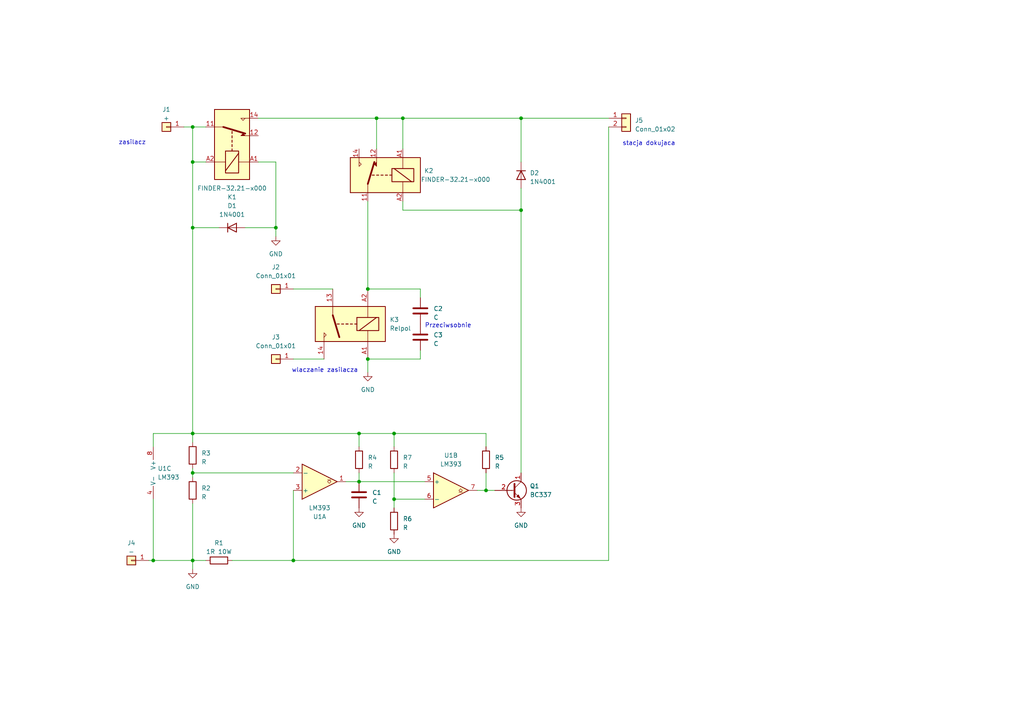
<source format=kicad_sch>
(kicad_sch (version 20231120) (generator "eeschema") (generator_version "8.0")
  (paper "A4")
  (lib_symbols
    (symbol "Comparator:LM393" (pin_names (offset 0.127))
      (property "Reference" "U" (at 3.81 3.81 0))
      (property "Value" "LM393" (at 6.35 -3.81 0))
      (symbol "LM393_1_1"
        (polyline (pts (xy -5.08 5.08) (xy 5.08 0) (xy -5.08 -5.08) (xy -5.08 5.08)) (stroke (width 0.254)) (fill (type background)))
        (polyline (pts (xy 3.302 -0.508) (xy 2.794 -0.508) (xy 3.302 0) (xy 2.794 0.508) (xy 2.286 0) (xy 2.794 -0.508) (xy 2.286 -0.508)) (stroke (width 0.127)))
        (pin open_collector line (at 7.62 0 180) (length 2.54) (name "~") (number "1"))
        (pin input line (at -7.62 -2.54 0) (length 2.54) (name "-") (number "2"))
        (pin input line (at -7.62 2.54 0) (length 2.54) (name "+") (number "3"))
      )
      (symbol "LM393_2_1"
        (polyline (pts (xy -5.08 5.08) (xy 5.08 0) (xy -5.08 -5.08) (xy -5.08 5.08)) (stroke (width 0.254)) (fill (type background)))
        (polyline (pts (xy 3.302 -0.508) (xy 2.794 -0.508) (xy 3.302 0) (xy 2.794 0.508) (xy 2.286 0) (xy 2.794 -0.508) (xy 2.286 -0.508)) (stroke (width 0.127)))
        (pin input line (at -7.62 2.54 0) (length 2.54) (name "+") (number "5"))
        (pin input line (at -7.62 -2.54 0) (length 2.54) (name "-") (number "6"))
        (pin open_collector line (at 7.62 0 180) (length 2.54) (name "~") (number "7"))
      )
      (symbol "LM393_3_1"
        (pin power_in line (at -2.54 -7.62 90) (length 3.81) (name "V-") (number "4"))
        (pin power_in line (at -2.54 7.62 270) (length 3.81) (name "V+") (number "8"))
      )
    )
    (symbol "Connector_Generic:Conn_01x01" (pin_names (offset 1.016) hide)
      (property "Reference" "J" (at 0 2.54 0))
      (property "Value" "Conn_01x01" (at 0 -2.54 0))
      (symbol "Conn_01x01_1_1"
        (rectangle (start -1.27 0.127) (end 0 -0.127) (stroke (width 0.1524)))
        (rectangle (start -1.27 1.27) (end 1.27 -1.27) (stroke (width 0.254)) (fill (type background)))
        (pin passive line (at -5.08 0 0) (length 3.81) (name "Pin_1") (number "1"))
      )
    )
    (symbol "Connector_Generic:Conn_01x02" (pin_names (offset 1.016) hide)
      (property "Reference" "J" (at 0 2.54 0))
      (property "Value" "Conn_01x02" (at 0 -5.08 0))
      (symbol "Conn_01x02_1_1"
        (rectangle (start -1.27 -2.413) (end 0 -2.667) (stroke (width 0.1524)))
        (rectangle (start -1.27 0.127) (end 0 -0.127) (stroke (width 0.1524)))
        (rectangle (start -1.27 1.27) (end 1.27 -3.81) (stroke (width 0.254)) (fill (type background)))
        (pin passive line (at -5.08 0 0) (length 3.81) (name "Pin_1") (number "1"))
        (pin passive line (at -5.08 -2.54 0) (length 3.81) (name "Pin_2") (number "2"))
      )
    )
    (symbol "Device:C" (pin_numbers hide) (pin_names (offset 0.254))
      (property "Reference" "C" (at 0.635 2.54 0))
      (property "Value" "C" (at 0.635 -2.54 0))
      (symbol "C_0_1"
        (polyline (pts (xy -2.032 -0.762) (xy 2.032 -0.762)) (stroke (width 0.508)))
        (polyline (pts (xy -2.032 0.762) (xy 2.032 0.762)) (stroke (width 0.508)))
      )
      (symbol "C_1_1"
        (pin passive line (at 0 3.81 270) (length 2.794) (name "~") (number "1"))
        (pin passive line (at 0 -3.81 90) (length 2.794) (name "~") (number "2"))
      )
    )
    (symbol "Device:R" (pin_numbers hide) (pin_names (offset 0))
      (property "Reference" "R" (at 2.032 0 90))
      (property "Value" "R" (at 0 0 90))
      (symbol "R_0_1"
        (rectangle (start -1.016 -2.54) (end 1.016 2.54) (stroke (width 0.254)))
      )
      (symbol "R_1_1"
        (pin passive line (at 0 3.81 270) (length 1.27) (name "~") (number "1"))
        (pin passive line (at 0 -3.81 90) (length 1.27) (name "~") (number "2"))
      )
    )
    (symbol "Diode:1N4001" (pin_numbers hide) (pin_names hide)
      (property "Reference" "D" (at 0 2.54 0))
      (property "Value" "1N4001" (at 0 -2.54 0))
      (symbol "1N4001_0_1"
        (polyline (pts (xy -1.27 1.27) (xy -1.27 -1.27)) (stroke (width 0.254)))
        (polyline (pts (xy 1.27 0) (xy -1.27 0)))
        (polyline (pts (xy 1.27 1.27) (xy 1.27 -1.27) (xy -1.27 0) (xy 1.27 1.27)) (stroke (width 0.254)))
      )
      (symbol "1N4001_1_1"
        (pin passive line (at -3.81 0 0) (length 2.54) (name "K") (number "1"))
        (pin passive line (at 3.81 0 180) (length 2.54) (name "A") (number "2"))
      )
    )
    (symbol "Relay:FINDER-32.21-x000"
      (property "Reference" "K" (at 11.43 3.81 0))
      (property "Value" "FINDER-32.21-x000" (at 11.43 1.27 0))
      (symbol "FINDER-32.21-x000_0_0"
        (polyline (pts (xy 2.54 5.08) (xy 2.54 2.54) (xy 3.175 3.175) (xy 2.54 3.81)) (fill (type outline)))
        (polyline (pts (xy 7.62 5.08) (xy 7.62 2.54) (xy 6.985 3.175) (xy 7.62 3.81)))
      )
      (symbol "FINDER-32.21-x000_0_1"
        (rectangle (start -10.16 5.08) (end 10.16 -5.08) (stroke (width 0.254)) (fill (type background)))
        (rectangle (start -8.255 1.905) (end -1.905 -1.905) (stroke (width 0.254)))
        (polyline (pts (xy -7.62 -1.905) (xy -2.54 1.905)) (stroke (width 0.254)))
        (polyline (pts (xy -5.08 -5.08) (xy -5.08 -1.905)))
        (polyline (pts (xy -5.08 5.08) (xy -5.08 1.905)))
        (polyline (pts (xy -1.905 0) (xy -1.27 0)) (stroke (width 0.254)))
        (polyline (pts (xy -0.635 0) (xy 0 0)) (stroke (width 0.254)))
        (polyline (pts (xy 0.635 0) (xy 1.27 0)) (stroke (width 0.254)))
        (polyline (pts (xy 1.905 0) (xy 2.54 0)) (stroke (width 0.254)))
        (polyline (pts (xy 3.175 0) (xy 3.81 0)) (stroke (width 0.254)))
        (polyline (pts (xy 5.08 -2.54) (xy 3.175 3.81)) (stroke (width 0.508)))
        (polyline (pts (xy 5.08 -2.54) (xy 5.08 -5.08)))
      )
      (symbol "FINDER-32.21-x000_1_1"
        (pin passive line (at 5.08 -7.62 90) (length 2.54) (name "~") (number "11"))
        (pin passive line (at 2.54 7.62 270) (length 2.54) (name "~") (number "12"))
        (pin passive line (at 7.62 7.62 270) (length 2.54) (name "~") (number "14"))
        (pin passive line (at -5.08 7.62 270) (length 2.54) (name "~") (number "A1"))
        (pin passive line (at -5.08 -7.62 90) (length 2.54) (name "~") (number "A2"))
      )
    )
    (symbol "Relay:RAYEX-L90AS"
      (property "Reference" "K" (at 11.43 3.81 0))
      (property "Value" "RAYEX-L90AS" (at 11.43 1.27 0))
      (symbol "RAYEX-L90AS_1_0"
        (polyline (pts (xy 7.62 3.81) (xy 7.62 5.08)))
        (polyline (pts (xy 7.62 3.81) (xy 7.62 2.54) (xy 6.985 3.175) (xy 7.62 3.81)))
      )
      (symbol "RAYEX-L90AS_1_1"
        (rectangle (start -10.16 5.08) (end 10.16 -5.08) (stroke (width 0.254)) (fill (type background)))
        (rectangle (start -8.255 1.905) (end -1.905 -1.905) (stroke (width 0.254)))
        (polyline (pts (xy -7.62 -1.905) (xy -2.54 1.905)) (stroke (width 0.254)))
        (polyline (pts (xy -5.08 -5.08) (xy -5.08 -1.905)))
        (polyline (pts (xy -5.08 5.08) (xy -5.08 1.905)))
        (polyline (pts (xy -1.905 0) (xy -1.27 0)) (stroke (width 0.254)))
        (polyline (pts (xy -0.635 0) (xy 0 0)) (stroke (width 0.254)))
        (polyline (pts (xy 0.635 0) (xy 1.27 0)) (stroke (width 0.254)))
        (polyline (pts (xy 0.635 0) (xy 1.27 0)) (stroke (width 0.254)))
        (polyline (pts (xy 1.905 0) (xy 2.54 0)) (stroke (width 0.254)))
        (polyline (pts (xy 3.175 0) (xy 3.81 0)) (stroke (width 0.254)))
        (polyline (pts (xy 5.08 -2.54) (xy 3.175 3.81)) (stroke (width 0.508)))
        (polyline (pts (xy 5.08 -2.54) (xy 5.08 -5.08)))
        (pin passive line (at 5.08 -10.16 90) (length 5.08) (name "~") (number "13"))
        (pin passive line (at 7.62 10.16 270) (length 5.08) (name "~") (number "14"))
        (pin passive line (at -5.08 10.16 270) (length 5.08) (name "~") (number "A1"))
        (pin passive line (at -5.08 -10.16 90) (length 5.08) (name "~") (number "A2"))
      )
    )
    (symbol "Transistor_BJT:BC337" (pin_names (offset 0) hide)
      (property "Reference" "Q" (at 5.08 1.905 0))
      (property "Value" "BC337" (at 5.08 0 0))
      (symbol "BC337_0_1"
        (polyline (pts (xy 0 0) (xy 0.635 0)))
        (polyline (pts (xy 0.635 0.635) (xy 2.54 2.54)))
        (polyline (pts (xy 0.635 -0.635) (xy 2.54 -2.54) (xy 2.54 -2.54)))
        (polyline (pts (xy 0.635 1.905) (xy 0.635 -1.905) (xy 0.635 -1.905)) (stroke (width 0.508)))
        (polyline (pts (xy 1.27 -1.778) (xy 1.778 -1.27) (xy 2.286 -2.286) (xy 1.27 -1.778) (xy 1.27 -1.778)) (fill (type outline)))
        (circle (center 1.27 0) (radius 2.8194) (stroke (width 0.254)))
      )
      (symbol "BC337_1_1"
        (pin passive line (at 2.54 5.08 270) (length 2.54) (name "C") (number "1"))
        (pin input line (at -5.08 0 0) (length 5.08) (name "B") (number "2"))
        (pin passive line (at 2.54 -5.08 90) (length 2.54) (name "E") (number "3"))
      )
    )
    (symbol "power:GND" (power) (pin_names (offset 0))
      (property "Value" "GND" (at 0 -3.81 0))
      (symbol "GND_0_1"
        (polyline (pts (xy 0 0) (xy 0 -1.27) (xy 1.27 -1.27) (xy 0 -2.54) (xy -1.27 -1.27) (xy 0 -1.27)))
      )
      (symbol "GND_1_1"
        (pin power_in line (at 0 0 270) (length 0) hide (name "GND") (number "1"))
      )
    )
  )
  (junction (at 55.88 137.16))
  (junction (at 104.14 125.73))
  (junction (at 114.3 144.78))
  (junction (at 55.88 162.56))
  (junction (at 151.13 34.29))
  (junction (at 109.22 34.29))
  (junction (at 55.88 125.73))
  (junction (at 55.88 66.04))
  (junction (at 106.68 83.82))
  (junction (at 55.88 36.83))
  (junction (at 106.68 104.14))
  (junction (at 114.3 125.73))
  (junction (at 85.09 162.56))
  (junction (at 104.14 139.7))
  (junction (at 151.13 60.96))
  (junction (at 116.84 34.29))
  (junction (at 44.45 162.56))
  (junction (at 140.97 142.24))
  (junction (at 80.01 66.04))
  (junction (at 55.88 46.99))
  (wire (pts (xy 114.3 137.16) (xy 114.3 144.78)))
  (wire (pts (xy 140.97 142.24) (xy 143.51 142.24)))
  (wire (pts (xy 55.88 125.73) (xy 55.88 66.04)))
  (wire (pts (xy 106.68 58.42) (xy 106.68 83.82)))
  (wire (pts (xy 71.12 66.04) (xy 80.01 66.04)))
  (wire (pts (xy 104.14 137.16) (xy 104.14 139.7)))
  (wire (pts (xy 55.88 125.73) (xy 104.14 125.73)))
  (wire (pts (xy 121.92 104.14) (xy 106.68 104.14)))
  (wire (pts (xy 104.14 139.7) (xy 123.19 139.7)))
  (wire (pts (xy 55.88 137.16) (xy 55.88 138.43)))
  (wire (pts (xy 85.09 104.14) (xy 93.98 104.14)))
  (wire (pts (xy 151.13 137.16) (xy 151.13 60.96)))
  (wire (pts (xy 59.69 46.99) (xy 55.88 46.99)))
  (wire (pts (xy 106.68 104.14) (xy 106.68 107.95)))
  (wire (pts (xy 53.34 36.83) (xy 55.88 36.83)))
  (wire (pts (xy 55.88 66.04) (xy 63.5 66.04)))
  (wire (pts (xy 114.3 129.54) (xy 114.3 125.73)))
  (wire (pts (xy 85.09 83.82) (xy 96.52 83.82)))
  (wire (pts (xy 44.45 162.56) (xy 43.18 162.56)))
  (wire (pts (xy 55.88 46.99) (xy 55.88 36.83)))
  (wire (pts (xy 114.3 144.78) (xy 114.3 147.32)))
  (wire (pts (xy 151.13 34.29) (xy 176.53 34.29)))
  (wire (pts (xy 85.09 162.56) (xy 67.31 162.56)))
  (wire (pts (xy 140.97 137.16) (xy 140.97 142.24)))
  (wire (pts (xy 55.88 66.04) (xy 55.88 46.99)))
  (wire (pts (xy 121.92 83.82) (xy 106.68 83.82)))
  (wire (pts (xy 116.84 60.96) (xy 151.13 60.96)))
  (wire (pts (xy 114.3 125.73) (xy 140.97 125.73)))
  (wire (pts (xy 55.88 137.16) (xy 85.09 137.16)))
  (wire (pts (xy 55.88 162.56) (xy 44.45 162.56)))
  (wire (pts (xy 55.88 135.89) (xy 55.88 137.16)))
  (wire (pts (xy 114.3 144.78) (xy 123.19 144.78)))
  (wire (pts (xy 138.43 142.24) (xy 140.97 142.24)))
  (wire (pts (xy 100.33 139.7) (xy 104.14 139.7)))
  (wire (pts (xy 121.92 86.36) (xy 121.92 83.82)))
  (wire (pts (xy 55.88 162.56) (xy 55.88 165.1)))
  (wire (pts (xy 85.09 142.24) (xy 85.09 162.56)))
  (wire (pts (xy 116.84 34.29) (xy 109.22 34.29)))
  (wire (pts (xy 74.93 46.99) (xy 80.01 46.99)))
  (wire (pts (xy 116.84 34.29) (xy 151.13 34.29)))
  (wire (pts (xy 140.97 129.54) (xy 140.97 125.73)))
  (wire (pts (xy 44.45 125.73) (xy 55.88 125.73)))
  (wire (pts (xy 80.01 66.04) (xy 80.01 68.58)))
  (wire (pts (xy 55.88 128.27) (xy 55.88 125.73)))
  (wire (pts (xy 44.45 144.78) (xy 44.45 162.56)))
  (wire (pts (xy 176.53 162.56) (xy 85.09 162.56)))
  (wire (pts (xy 55.88 36.83) (xy 59.69 36.83)))
  (wire (pts (xy 116.84 60.96) (xy 116.84 58.42)))
  (wire (pts (xy 151.13 54.61) (xy 151.13 60.96)))
  (wire (pts (xy 80.01 46.99) (xy 80.01 66.04)))
  (wire (pts (xy 59.69 162.56) (xy 55.88 162.56)))
  (wire (pts (xy 176.53 36.83) (xy 176.53 162.56)))
  (wire (pts (xy 151.13 34.29) (xy 151.13 46.99)))
  (wire (pts (xy 55.88 146.05) (xy 55.88 162.56)))
  (wire (pts (xy 74.93 34.29) (xy 109.22 34.29)))
  (wire (pts (xy 116.84 43.18) (xy 116.84 34.29)))
  (wire (pts (xy 121.92 101.6) (xy 121.92 104.14)))
  (wire (pts (xy 104.14 125.73) (xy 104.14 129.54)))
  (wire (pts (xy 44.45 129.54) (xy 44.45 125.73)))
  (wire (pts (xy 109.22 34.29) (xy 109.22 43.18)))
  (wire (pts (xy 104.14 125.73) (xy 114.3 125.73)))
  (text "stacja dokujaca" (at 188.214 41.656 0) (effects (font (size 1.27 1.27))))
  (text "zasilacz" (at 38.354 41.402 0) (effects (font (size 1.27 1.27))))
  (text "Przeciwsobnie" (at 123.19 95.25 0) (effects (font (size 1.27 1.27)) (justify left bottom)))
  (text "wlaczanie zasilacza" (at 94.234 107.442 0) (effects (font (size 1.27 1.27))))
  (symbol (lib_id "power:GND") (at 106.68 107.95 0) (unit 1)
    (property "Reference" "#PWR02" (effects (hide yes)))
    (property "Value" "GND" (at 106.68 113.03 0))
  )
  (symbol (lib_id "Device:C") (at 121.92 97.79 0) (unit 1)
    (property "Reference" "C3" (at 125.73 97.155 0) (effects (justify left)))
    (property "Value" "C" (at 125.73 99.695 0) (effects (justify left)))
    (property "Footprint" "Capacitor_THT:C_Radial_D8.0mm_H11.5mm_P3.50mm" (effects (hide yes)))
  )
  (symbol (lib_id "power:GND") (at 151.13 147.32 0) (mirror y) (unit 1)
    (property "Reference" "#PWR03" (effects (hide yes)))
    (property "Value" "GND" (at 151.13 152.4 0))
  )
  (symbol (lib_id "Relay:RAYEX-L90AS") (at 101.6 93.98 180) (unit 1)
    (property "Reference" "K3" (at 113.03 92.71 0) (effects (justify right)))
    (property "Value" "Relpol" (at 113.03 95.25 0) (effects (justify right)))
    (property "Footprint" "Relay_THT:Relay_SPST_RAYEX-L90AS" (effects (hide yes)))
    (property "Datasheet" "https://a3.sofastcdn.com/attachment/7jioKBjnRiiSrjrjknRiwS77gwbf3zmp/L90-SERIES.pdf" (effects (hide yes)))
  )
  (symbol (lib_id "Relay:FINDER-32.21-x000") (at 67.31 41.91 270) (mirror x) (unit 1)
    (property "Reference" "K1" (at 67.31 57.15 90))
    (property "Value" "FINDER-32.21-x000" (at 67.31 54.61 90))
    (property "Footprint" "Relay_THT:Relay_SPDT_Finder_36.11" (effects (hide yes)))
    (property "Datasheet" "https://gfinder.findernet.com/assets/Series/355/S32EN.pdf" (effects (hide yes)))
  )
  (symbol (lib_id "Comparator:LM393") (at 46.99 137.16 0) (unit 3)
    (property "Reference" "U1" (at 45.72 135.89 0) (effects (justify left)))
    (property "Value" "LM393" (at 45.72 138.43 0) (effects (justify left)))
    (property "Footprint" "Package_DIP:DIP-8_W7.62mm_Socket" (effects (hide yes)))
    (property "Datasheet" "http://www.ti.com/lit/ds/symlink/lm393.pdf" (effects (hide yes)))
  )
  (symbol (lib_id "power:GND") (at 104.14 147.32 0) (unit 1)
    (property "Reference" "#PWR05" (effects (hide yes)))
    (property "Value" "GND" (at 104.14 152.4 0))
  )
  (symbol (lib_id "Device:R") (at 55.88 132.08 0) (unit 1)
    (property "Reference" "R3" (at 58.42 131.445 0) (effects (justify left)))
    (property "Value" "R" (at 58.42 133.985 0) (effects (justify left)))
    (property "Footprint" "Resistor_THT:R_Axial_DIN0207_L6.3mm_D2.5mm_P7.62mm_Horizontal" (effects (hide yes)))
  )
  (symbol (lib_id "power:GND") (at 80.01 68.58 0) (unit 1)
    (property "Reference" "#PWR01" (effects (hide yes)))
    (property "Value" "GND" (at 80.01 73.66 0))
  )
  (symbol (lib_id "Connector_Generic:Conn_01x01") (at 48.26 36.83 180) (unit 1)
    (property "Reference" "J1" (at 48.26 31.75 0))
    (property "Value" "+" (at 48.26 34.29 0))
    (property "Footprint" "Connector_Wire:SolderWire-1.5sqmm_1x01_D1.7mm_OD3.9mm" (effects (hide yes)))
  )
  (symbol (lib_id "Connector_Generic:Conn_01x01") (at 80.01 83.82 180) (unit 1)
    (property "Reference" "J2" (at 80.01 77.47 0))
    (property "Value" "Conn_01x01" (at 80.01 80.01 0))
    (property "Footprint" "Connector_Wire:SolderWire-1.5sqmm_1x01_D1.7mm_OD3.9mm" (effects (hide yes)))
  )
  (symbol (lib_id "Device:C") (at 104.14 143.51 0) (unit 1)
    (property "Reference" "C1" (at 107.95 142.875 0) (effects (justify left)))
    (property "Value" "C" (at 107.95 145.415 0) (effects (justify left)))
    (property "Footprint" "Docking_station:Phoenix" (effects (hide yes)))
  )
  (symbol (lib_id "Device:R") (at 55.88 142.24 0) (unit 1)
    (property "Reference" "R2" (at 58.42 141.605 0) (effects (justify left)))
    (property "Value" "R" (at 58.42 144.145 0) (effects (justify left)))
    (property "Footprint" "Resistor_THT:R_Axial_DIN0207_L6.3mm_D2.5mm_P7.62mm_Horizontal" (effects (hide yes)))
  )
  (symbol (lib_id "Device:C") (at 121.92 90.17 0) (unit 1)
    (property "Reference" "C2" (at 125.73 89.535 0) (effects (justify left)))
    (property "Value" "C" (at 125.73 92.075 0) (effects (justify left)))
    (property "Footprint" "Capacitor_THT:C_Radial_D8.0mm_H11.5mm_P3.50mm" (effects (hide yes)))
  )
  (symbol (lib_id "Diode:1N4001") (at 151.13 50.8 270) (unit 1)
    (property "Reference" "D2" (at 153.67 50.165 90) (effects (justify left)))
    (property "Value" "1N4001" (at 153.67 52.705 90) (effects (justify left)))
    (property "Footprint" "Diode_THT:D_DO-41_SOD81_P10.16mm_Horizontal" (effects (hide yes)))
    (property "Datasheet" "http://www.vishay.com/docs/88503/1n4001.pdf" (effects (hide yes)))
    (property "Sim.Device" "D" (effects (hide yes)))
    (property "Sim.Pins" "1=K 2=A" (effects (hide yes)))
  )
  (symbol (lib_id "Connector_Generic:Conn_01x01") (at 80.01 104.14 180) (unit 1)
    (property "Reference" "J3" (at 80.01 97.79 0))
    (property "Value" "Conn_01x01" (at 80.01 100.33 0))
    (property "Footprint" "Connector_Wire:SolderWire-1.5sqmm_1x01_D1.7mm_OD3.9mm" (effects (hide yes)))
  )
  (symbol (lib_id "Device:R") (at 63.5 162.56 90) (unit 1)
    (property "Reference" "R1" (at 63.5 157.48 90))
    (property "Value" "1R 10W" (at 63.5 160.02 90))
    (property "Footprint" "Resistor_THT:R_Axial_Power_L50.0mm_W9.0mm_P60.96mm" (effects (hide yes)))
  )
  (symbol (lib_id "Diode:1N4001") (at 67.31 66.04 0) (unit 1)
    (property "Reference" "D1" (at 67.31 59.69 0))
    (property "Value" "1N4001" (at 67.31 62.23 0))
    (property "Footprint" "Diode_THT:D_DO-41_SOD81_P10.16mm_Horizontal" (effects (hide yes)))
    (property "Datasheet" "http://www.vishay.com/docs/88503/1n4001.pdf" (effects (hide yes)))
    (property "Sim.Device" "D" (effects (hide yes)))
    (property "Sim.Pins" "1=K 2=A" (effects (hide yes)))
  )
  (symbol (lib_id "Device:R") (at 114.3 151.13 0) (unit 1)
    (property "Reference" "R6" (at 116.84 150.495 0) (effects (justify left)))
    (property "Value" "R" (at 116.84 153.035 0) (effects (justify left)))
    (property "Footprint" "Resistor_THT:R_Axial_DIN0207_L6.3mm_D2.5mm_P7.62mm_Horizontal" (effects (hide yes)))
  )
  (symbol (lib_id "Device:R") (at 104.14 133.35 0) (unit 1)
    (property "Reference" "R4" (at 106.68 132.715 0) (effects (justify left)))
    (property "Value" "R" (at 106.68 135.255 0) (effects (justify left)))
    (property "Footprint" "Resistor_THT:R_Axial_DIN0207_L6.3mm_D2.5mm_P7.62mm_Horizontal" (effects (hide yes)))
  )
  (symbol (lib_id "Connector_Generic:Conn_01x02") (at 181.61 34.29 0) (unit 1)
    (property "Reference" "J5" (at 184.15 34.925 0) (effects (justify left)))
    (property "Value" "Conn_01x02" (at 184.15 37.465 0) (effects (justify left)))
    (property "Footprint" "Docking_station:Phoenix" (effects (hide yes)))
  )
  (symbol (lib_id "Relay:FINDER-32.21-x000") (at 111.76 50.8 0) (mirror y) (unit 1)
    (property "Reference" "K2" (at 125.73 49.53 0) (effects (justify left)))
    (property "Value" "FINDER-32.21-x000" (at 142.24 52.07 0) (effects (justify left)))
    (property "Footprint" "Relay_THT:Relay_SPDT_Finder_36.11" (effects (hide yes)))
    (property "Datasheet" "https://gfinder.findernet.com/assets/Series/355/S32EN.pdf" (effects (hide yes)))
  )
  (symbol (lib_id "Device:R") (at 114.3 133.35 0) (unit 1)
    (property "Reference" "R7" (at 116.84 132.715 0) (effects (justify left)))
    (property "Value" "R" (at 116.84 135.255 0) (effects (justify left)))
    (property "Footprint" "Resistor_THT:R_Axial_DIN0207_L6.3mm_D2.5mm_P7.62mm_Horizontal" (effects (hide yes)))
  )
  (symbol (lib_id "power:GND") (at 114.3 154.94 0) (unit 1)
    (property "Reference" "#PWR06" (effects (hide yes)))
    (property "Value" "GND" (at 114.3 160.02 0))
  )
  (symbol (lib_id "Device:R") (at 140.97 133.35 0) (unit 1)
    (property "Reference" "R5" (at 143.51 132.715 0) (effects (justify left)))
    (property "Value" "R" (at 143.51 135.255 0) (effects (justify left)))
    (property "Footprint" "Resistor_THT:R_Axial_DIN0207_L6.3mm_D2.5mm_P7.62mm_Horizontal" (effects (hide yes)))
  )
  (symbol (lib_id "Connector_Generic:Conn_01x01") (at 38.1 162.56 180) (unit 1)
    (property "Reference" "J4" (at 38.1 157.48 0))
    (property "Value" "-" (at 38.1 160.02 0))
    (property "Footprint" "Connector_Wire:SolderWire-1.5sqmm_1x01_D1.7mm_OD3.9mm" (effects (hide yes)))
  )
  (symbol (lib_id "Comparator:LM393") (at 130.81 142.24 0) (unit 2)
    (property "Reference" "U1" (at 130.81 132.08 0))
    (property "Value" "LM393" (at 130.81 134.62 0))
    (property "Footprint" "Package_DIP:DIP-8_W7.62mm_Socket" (effects (hide yes)))
    (property "Datasheet" "http://www.ti.com/lit/ds/symlink/lm393.pdf" (effects (hide yes)))
  )
  (symbol (lib_id "Transistor_BJT:BC337") (at 148.59 142.24 0) (unit 1)
    (property "Reference" "Q1" (at 153.67 140.97 0) (effects (justify left)))
    (property "Value" "BC337" (at 153.67 143.51 0) (effects (justify left)))
    (property "Footprint" "Package_TO_SOT_THT:TO-92L_Inline_Wide" (effects (hide yes)))
    (property "Datasheet" "https://diotec.com/tl_files/diotec/files/pdf/datasheets/bc337.pdf" (effects (hide yes)))
  )
  (symbol (lib_id "Comparator:LM393") (at 92.71 139.7 0) (mirror x) (unit 1)
    (property "Reference" "U1" (at 92.71 149.86 0))
    (property "Value" "LM393" (at 92.71 147.32 0))
    (property "Footprint" "Package_DIP:DIP-8_W7.62mm_Socket" (effects (hide yes)))
    (property "Datasheet" "http://www.ti.com/lit/ds/symlink/lm393.pdf" (effects (hide yes)))
  )
  (symbol (lib_id "power:GND") (at 55.88 165.1 0) (unit 1)
    (property "Reference" "#PWR04" (effects (hide yes)))
    (property "Value" "GND" (at 55.88 170.18 0))
  )
)
</source>
